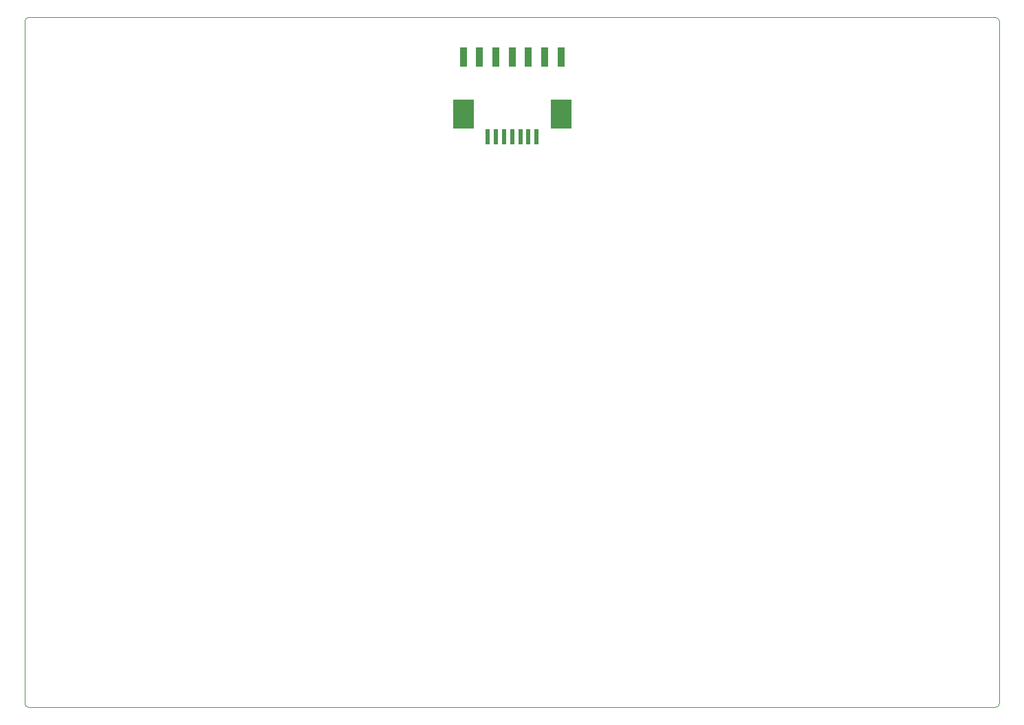
<source format=gbr>
G04 GENERATED BY PULSONIX 7.0 GERBER.DLL 4573*
%INHILLSTAR_95X60_EL_V1_0*%
%LNGERBER_PASTE_BOTTOM*%
%FSLAX33Y33*%
%IPPOS*%
%LPD*%
%OFA0B0*%
%MOMM*%
%ADD346C,0.100*%
%ADD452R,0.549X1.849*%
%ADD456R,2.649X3.549*%
%ADD5690R,0.849X2.449*%
X0Y0D02*
D02*
D346*
X70528Y169537D02*
X189528D01*
G75*
G02X190028Y169037J-500*
G01*
Y85037*
G75*
G02X189528Y84537I-500*
G01*
X70528*
G75*
G02X70028Y85037J500*
G01*
Y169037*
G75*
G02X70528Y169537I500*
G01*
D02*
D452*
X127028Y154837D03*
X128028D03*
X129028D03*
X130028D03*
X131028D03*
X132028D03*
X133028D03*
D02*
D456*
X124028Y157637D03*
X136028D03*
D02*
D5690*
X124028Y164637D03*
X126028D03*
X128028D03*
X130028D03*
X132028D03*
X134028D03*
X136028D03*
X0Y0D02*
M02*

</source>
